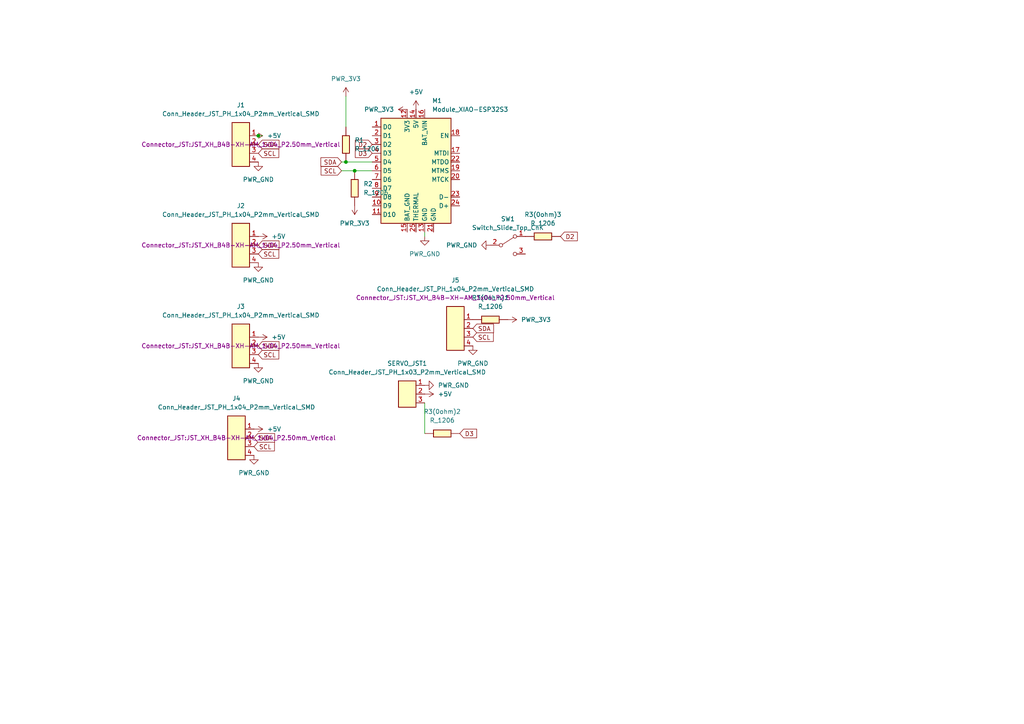
<source format=kicad_sch>
(kicad_sch (version 20250114) (generator "eeschema") (generator_version "9.0")
  (paper "A4")
  (lib_symbols
    (symbol "fab:Conn_Header_JST_PH_1x03_P2mm_Vertical_SMD"
      (property "Reference" "J" (at 0 5.08 0))
      (property "Value" "Conn_Header_JST_PH_1x03_P2mm_Vertical_SMD" (at 0 -5.08 0))
      (symbol "Conn_Header_JST_PH_1x03_P2mm_Vertical_SMD_0_1"
        (rectangle (start -2.54 3.81) (end 2.54 -3.81) (stroke (width 0.254)) (fill (type background)))
      )
      (symbol "Conn_Header_JST_PH_1x03_P2mm_Vertical_SMD_1_1"
        (pin passive line (at 5.08 2.54 180) (length 2.54) (name "~") (number "1"))
        (pin passive line (at 5.08 0 180) (length 2.54) (name "~") (number "2"))
        (pin passive line (at 5.08 -2.54 180) (length 2.54) (name "~") (number "3"))
      )
    )
    (symbol "fab:Conn_Header_JST_PH_1x04_P2mm_Vertical_SMD"
      (property "Reference" "J" (at 0 7.62 0))
      (property "Value" "Conn_Header_JST_PH_1x04_P2mm_Vertical_SMD" (at 0 -7.62 0))
      (symbol "Conn_Header_JST_PH_1x04_P2mm_Vertical_SMD_0_1"
        (rectangle (start -2.54 6.35) (end 2.54 -6.35) (stroke (width 0.254)) (fill (type background)))
      )
      (symbol "Conn_Header_JST_PH_1x04_P2mm_Vertical_SMD_1_1"
        (pin passive line (at 5.08 2.54 180) (length 2.54) (name "~") (number "1"))
        (pin passive line (at 5.08 0 180) (length 2.54) (name "~") (number "2"))
        (pin passive line (at 5.08 -2.54 180) (length 2.54) (name "~") (number "3"))
        (pin passive line (at 5.08 -5.08 180) (length 2.54) (name "~") (number "4"))
      )
    )
    (symbol "fab:Module_XIAO-ESP32S3"
      (property "Reference" "M" (at -10.16 16.51 0))
      (property "Value" "Module_XIAO-ESP32S3" (at 3.81 16.51 0))
      (symbol "Module_XIAO-ESP32S3_1_1"
        (rectangle (start -10.16 15.24) (end 10.16 -15.24) (stroke (width 0.254)) (fill (type background)))
        (pin bidirectional line (at -12.7 12.7 0) (length 2.54) (name "D0") (number "1"))
        (pin bidirectional line (at -12.7 10.16 0) (length 2.54) (name "D1") (number "2"))
        (pin bidirectional line (at -12.7 7.62 0) (length 2.54) (name "D2") (number "3"))
        (pin bidirectional line (at -12.7 5.08 0) (length 2.54) (name "D3") (number "4"))
        (pin bidirectional line (at -12.7 2.54 0) (length 2.54) (name "D4") (number "5"))
        (pin bidirectional line (at -12.7 0 0) (length 2.54) (name "D5") (number "6"))
        (pin bidirectional line (at -12.7 -2.54 0) (length 2.54) (name "D6") (number "7"))
        (pin bidirectional line (at -12.7 -5.08 0) (length 2.54) (name "D7") (number "8"))
        (pin bidirectional line (at -12.7 -7.62 0) (length 2.54) (name "D8") (number "9"))
        (pin bidirectional line (at -12.7 -10.16 0) (length 2.54) (name "D9") (number "10"))
        (pin bidirectional line (at -12.7 -12.7 0) (length 2.54) (name "D10") (number "11"))
        (pin power_in line (at -2.54 17.78 270) (length 2.54) (name "3V3") (number "12"))
        (pin power_in line (at -2.54 -17.78 90) (length 2.54) (name "BAT_GND") (number "15"))
        (pin power_in line (at 0 17.78 270) (length 2.54) (name "5V") (number "14"))
        (pin power_in line (at 0 -17.78 90) (length 2.54) (name "THERMAL") (number "25"))
        (pin power_in line (at 2.54 17.78 270) (length 2.54) (name "BAT_VIN") (number "16"))
        (pin power_in line (at 2.54 -17.78 90) (length 2.54) (name "GND") (number "13"))
        (pin power_in line (at 5.08 -17.78 90) (length 2.54) (name "GND") (number "21"))
        (pin input line (at 12.7 10.16 180) (length 2.54) (name "EN") (number "18"))
        (pin input line (at 12.7 5.08 180) (length 2.54) (name "MTDI") (number "17"))
        (pin output line (at 12.7 2.54 180) (length 2.54) (name "MTDO") (number "22"))
        (pin input line (at 12.7 0 180) (length 2.54) (name "MTMS") (number "19"))
        (pin input line (at 12.7 -2.54 180) (length 2.54) (name "MTCK") (number "20"))
        (pin bidirectional line (at 12.7 -7.62 180) (length 2.54) (name "D-") (number "23"))
        (pin bidirectional line (at 12.7 -10.16 180) (length 2.54) (name "D+") (number "24"))
      )
    )
    (symbol "fab:PWR_3V3" (power) (pin_names (offset 0))
      (property "Value" "PWR_3V3" (at 0 3.556 0))
      (symbol "PWR_3V3_0_1"
        (polyline (pts (xy -0.762 1.27) (xy 0 2.54)))
        (polyline (pts (xy 0 2.54) (xy 0.762 1.27)))
        (polyline (pts (xy 0 0) (xy 0 2.54)))
      )
      (symbol "PWR_3V3_1_1"
        (pin power_in line (at 0 0 90) (length 0) (hide yes) (name "PWR_3V3") (number "1"))
      )
    )
    (symbol "fab:PWR_GND" (power) (pin_names (offset 0))
      (property "Value" "PWR_GND" (at 0 -3.81 0))
      (symbol "PWR_GND_0_1"
        (polyline (pts (xy 0 0) (xy 0 -1.27) (xy 1.27 -1.27) (xy 0 -2.54) (xy -1.27 -1.27) (xy 0 -1.27)))
      )
      (symbol "PWR_GND_1_1"
        (pin power_in line (at 0 0 270) (length 0) (hide yes) (name "PWR_GND") (number "1"))
      )
    )
    (symbol "fab:R_1206" (pin_numbers (hide yes)) (pin_names (offset 0))
      (property "Reference" "R" (at 2.54 0 90))
      (property "Value" "R_1206" (at -2.54 0 90))
      (symbol "R_1206_0_1"
        (rectangle (start -1.016 -2.54) (end 1.016 2.54) (stroke (width 0.254)) (fill (type background)))
      )
      (symbol "R_1206_1_1"
        (pin passive line (at 0 5.08 270) (length 2.54) (name "~") (number "1"))
        (pin passive line (at 0 -5.08 90) (length 2.54) (name "~") (number "2"))
      )
    )
    (symbol "fab:Switch_Slide_Top_CnK" (pin_names (offset 0) (hide yes))
      (property "Reference" "SW" (at 0 4.318 0))
      (property "Value" "Switch_Slide_Top_CnK" (at 0 -5.08 0))
      (symbol "Switch_Slide_Top_CnK_0_0"
        (circle (center -2.032 0) (radius 0.508))
        (circle (center 2.032 -2.54) (radius 0.508))
      )
      (symbol "Switch_Slide_Top_CnK_0_1"
        (polyline (pts (xy -1.524 0.254) (xy 1.651 2.286)))
        (circle (center 2.032 2.54) (radius 0.508))
      )
      (symbol "Switch_Slide_Top_CnK_1_1"
        (pin passive line (at -5.08 0 0) (length 2.54) (name "B") (number "2"))
        (pin passive line (at 5.08 2.54 180) (length 2.54) (name "A") (number "1"))
        (pin passive line (at 5.08 -2.54 180) (length 2.54) (name "C") (number "3"))
      )
    )
    (symbol "power:+5V" (power) (pin_numbers (hide yes)) (pin_names (offset 0) (hide yes))
      (property "Value" "+5V" (at 0 3.556 0))
      (symbol "+5V_0_1"
        (polyline (pts (xy -0.762 1.27) (xy 0 2.54)))
        (polyline (pts (xy 0 2.54) (xy 0.762 1.27)))
        (polyline (pts (xy 0 0) (xy 0 2.54)))
      )
      (symbol "+5V_1_1"
        (pin power_in line (at 0 0 90) (length 0) (name "~") (number "1"))
      )
    )
  )
  (junction (at 74.93 39.37))
  (junction (at 102.87 49.53))
  (junction (at 100.33 46.99))
  (wire (pts (xy 99.06 49.53) (xy 102.87 49.53)))
  (wire (pts (xy 100.33 27.94) (xy 100.33 36.83)))
  (wire (pts (xy 74.93 39.37) (xy 73.66 39.37)))
  (wire (pts (xy 123.19 67.31) (xy 123.19 68.58)))
  (wire (pts (xy 100.33 46.99) (xy 107.95 46.99)))
  (wire (pts (xy 99.06 46.99) (xy 100.33 46.99)))
  (wire (pts (xy 76.2 39.37) (xy 74.93 39.37)))
  (wire (pts (xy 102.87 49.53) (xy 107.95 49.53)))
  (wire (pts (xy 123.19 125.73) (xy 123.19 116.84)))
  (global_label "D2" (shape input) (at 107.95 41.91 180) (property "Intersheetrefs" "${INTERSHEET_REFS}" (effects (hide yes))))
  (global_label "SCL" (shape input) (at 73.66 129.54 0) (property "Intersheetrefs" "${INTERSHEET_REFS}" (effects (hide yes))))
  (global_label "SDA" (shape input) (at 74.93 71.12 0) (property "Intersheetrefs" "${INTERSHEET_REFS}" (effects (hide yes))))
  (global_label "D3" (shape input) (at 107.95 44.45 180) (property "Intersheetrefs" "${INTERSHEET_REFS}" (effects (hide yes))))
  (global_label "SCL" (shape input) (at 137.16 97.79 0) (property "Intersheetrefs" "${INTERSHEET_REFS}" (effects (hide yes))))
  (global_label "SDA" (shape input) (at 73.66 127 0) (property "Intersheetrefs" "${INTERSHEET_REFS}" (effects (hide yes))))
  (global_label "SCL" (shape input) (at 74.93 73.66 0) (property "Intersheetrefs" "${INTERSHEET_REFS}" (effects (hide yes))))
  (global_label "D2" (shape input) (at 162.56 68.58 0) (property "Intersheetrefs" "${INTERSHEET_REFS}" (effects (hide yes))))
  (global_label "SDA" (shape input) (at 99.06 46.99 180) (property "Intersheetrefs" "${INTERSHEET_REFS}" (effects (hide yes))))
  (global_label "SDA" (shape input) (at 74.93 41.91 0) (property "Intersheetrefs" "${INTERSHEET_REFS}" (effects (hide yes))))
  (global_label "SDA" (shape input) (at 74.93 100.33 0) (property "Intersheetrefs" "${INTERSHEET_REFS}" (effects (hide yes))))
  (global_label "D3" (shape input) (at 133.35 125.73 0) (property "Intersheetrefs" "${INTERSHEET_REFS}" (effects (hide yes))))
  (global_label "SCL" (shape input) (at 74.93 102.87 0) (property "Intersheetrefs" "${INTERSHEET_REFS}" (effects (hide yes))))
  (global_label "SCL" (shape input) (at 74.93 44.45 0) (property "Intersheetrefs" "${INTERSHEET_REFS}" (effects (hide yes))))
  (global_label "SCL" (shape input) (at 99.06 49.53 180) (property "Intersheetrefs" "${INTERSHEET_REFS}" (effects (hide yes))))
  (global_label "SDA" (shape input) (at 137.16 95.25 0) (property "Intersheetrefs" "${INTERSHEET_REFS}" (effects (hide yes))))
  (symbol (lib_id "power:+5V") (at 73.66 124.46 270) (unit 1)
    (property "Reference" "#PWR010" (effects (hide yes)))
    (property "Value" "+5V" (at 77.47 124.4599 90) (effects (justify left)))
    (property "Description" "Power symbol creates a global label with name \"+5V\"" (effects (hide yes)))
  )
  (symbol (lib_id "fab:Conn_Header_JST_PH_1x04_P2mm_Vertical_SMD") (at 69.85 71.12 0) (unit 1)
    (property "Reference" "J2" (at 69.85 59.69 0))
    (property "Value" "Conn_Header_JST_PH_1x04_P2mm_Vertical_SMD" (at 69.85 62.23 0))
    (property "Footprint" "Connector_JST:JST_XH_B4B-XH-AM_1x04_P2.50mm_Vertical" (at 69.85 71.12 0))
    (property "Datasheet" "https://www.jst-mfg.com/product/pdf/eng/ePH.pdf" (effects (hide yes)))
    (property "Description" "Male JST PH 4 pin connector" (effects (hide yes)))
  )
  (symbol (lib_id "fab:R_1206") (at 100.33 41.91 0) (unit 1)
    (property "Reference" "R1" (at 102.87 40.6399 0) (effects (justify left)))
    (property "Value" "R_1206" (at 102.87 43.1799 0) (effects (justify left)))
    (property "Footprint" "fab:R_1206" (effects (hide yes)))
    (property "Description" "Resistor" (effects (hide yes)))
  )
  (symbol (lib_id "fab:R_1206") (at 142.24 92.71 90) (unit 1)
    (property "Reference" "R3(0ohm)1" (at 142.24 86.36 90))
    (property "Value" "R_1206" (at 142.24 88.9 90))
    (property "Footprint" "fab:R_1206" (effects (hide yes)))
    (property "Description" "Resistor" (effects (hide yes)))
  )
  (symbol (lib_id "power:+5V") (at 123.19 114.3 270) (unit 1)
    (property "Reference" "#PWR014" (effects (hide yes)))
    (property "Value" "+5V" (at 127 114.2999 90) (effects (justify left)))
    (property "Description" "Power symbol creates a global label with name \"+5V\"" (effects (hide yes)))
  )
  (symbol (lib_id "fab:PWR_GND") (at 123.19 111.76 90) (unit 1)
    (property "Reference" "#PWR01" (effects (hide yes)))
    (property "Value" "PWR_GND" (at 127 111.7599 90) (effects (justify right)))
    (property "Description" "Power symbol creates a global label with name \"GND\" , ground" (effects (hide yes)))
  )
  (symbol (lib_id "fab:PWR_3V3") (at 100.33 27.94 0) (unit 1)
    (property "Reference" "#PWR012" (effects (hide yes)))
    (property "Value" "PWR_3V3" (at 100.33 22.86 0))
    (property "Description" "Power symbol creates a global label with name \"+3V3\"" (effects (hide yes)))
  )
  (symbol (lib_id "power:+5V") (at 120.65 31.75 0) (unit 1)
    (property "Reference" "#PWR02" (effects (hide yes)))
    (property "Value" "+5V" (at 120.65 26.67 0))
    (property "Description" "Power symbol creates a global label with name \"+5V\"" (effects (hide yes)))
  )
  (symbol (lib_id "fab:Switch_Slide_Top_CnK") (at 147.32 71.12 0) (unit 1)
    (property "Reference" "SW1" (at 147.32 63.5 0))
    (property "Value" "Switch_Slide_Top_CnK" (at 147.32 66.04 0))
    (property "Footprint" "fab:Switch_Slide_Top_CnK_JS102011SCQN_8.5x3.5mm" (effects (hide yes)))
    (property "Datasheet" "https://www.ckswitches.com/media/1422/js.pdf" (effects (hide yes)))
    (property "Description" "Slide Switch SPDT Surface Mount" (effects (hide yes)))
  )
  (symbol (lib_id "power:+5V") (at 73.66 39.37 270) (unit 1)
    (property "Reference" "#PWR015" (effects (hide yes)))
    (property "Value" "+5V" (at 77.47 39.3699 90) (effects (justify left)))
    (property "Description" "Power symbol creates a global label with name \"+5V\"" (effects (hide yes)))
  )
  (symbol (lib_id "fab:Conn_Header_JST_PH_1x04_P2mm_Vertical_SMD") (at 132.08 95.25 0) (unit 1)
    (property "Reference" "J5" (at 132.08 81.28 0))
    (property "Value" "Conn_Header_JST_PH_1x04_P2mm_Vertical_SMD" (at 132.08 83.82 0))
    (property "Footprint" "Connector_JST:JST_XH_B4B-XH-AM_1x04_P2.50mm_Vertical" (at 132.08 86.36 0))
    (property "Datasheet" "https://www.jst-mfg.com/product/pdf/eng/ePH.pdf" (effects (hide yes)))
    (property "Description" "Male JST PH 4 pin connector" (effects (hide yes)))
  )
  (symbol (lib_id "fab:PWR_GND") (at 137.16 100.33 0) (unit 1)
    (property "Reference" "#PWR017" (effects (hide yes)))
    (property "Value" "PWR_GND" (at 137.16 105.41 0))
    (property "Description" "Power symbol creates a global label with name \"GND\" , ground" (effects (hide yes)))
  )
  (symbol (lib_id "fab:PWR_GND") (at 73.66 132.08 0) (unit 1)
    (property "Reference" "#PWR09" (effects (hide yes)))
    (property "Value" "PWR_GND" (at 73.66 137.16 0))
    (property "Description" "Power symbol creates a global label with name \"GND\" , ground" (effects (hide yes)))
  )
  (symbol (lib_id "fab:R_1206") (at 128.27 125.73 90) (unit 1)
    (property "Reference" "R3(0ohm)2" (at 128.27 119.38 90))
    (property "Value" "R_1206" (at 128.27 121.92 90))
    (property "Footprint" "fab:R_1206" (effects (hide yes)))
    (property "Description" "Resistor" (effects (hide yes)))
  )
  (symbol (lib_id "fab:Module_XIAO-ESP32S3") (at 120.65 49.53 0) (unit 1)
    (property "Reference" "M1" (at 125.3333 29.21 0) (effects (justify left)))
    (property "Value" "Module_XIAO-ESP32S3" (at 125.3333 31.75 0) (effects (justify left)))
    (property "Footprint" "fab:SeeedStudio_XIAO_ESP32S3" (effects (hide yes)))
    (property "Datasheet" "https://wiki.seeedstudio.com/xiao_esp32s3_getting_started/" (effects (hide yes)))
    (property "Description" "ESP32-C3 Transceiver; 802.11 a/b/g/n (Wi-Fi, WiFi, WLAN), Bluetooth® Smart 4.x Low Energy (BLE) 2.4GHz Evaluation Board" (effects (hide yes)))
  )
  (symbol (lib_id "fab:PWR_GND") (at 123.19 68.58 0) (unit 1)
    (property "Reference" "#PWR04" (effects (hide yes)))
    (property "Value" "PWR_GND" (at 123.19 73.66 0))
    (property "Description" "Power symbol creates a global label with name \"GND\" , ground" (effects (hide yes)))
  )
  (symbol (lib_id "fab:PWR_3V3") (at 118.11 31.75 90) (unit 1)
    (property "Reference" "#PWR011" (effects (hide yes)))
    (property "Value" "PWR_3V3" (at 114.3 31.7499 90) (effects (justify left)))
    (property "Description" "Power symbol creates a global label with name \"+3V3\"" (effects (hide yes)))
  )
  (symbol (lib_id "fab:Conn_Header_JST_PH_1x04_P2mm_Vertical_SMD") (at 69.85 41.91 0) (unit 1)
    (property "Reference" "J1" (at 69.85 30.48 0))
    (property "Value" "Conn_Header_JST_PH_1x04_P2mm_Vertical_SMD" (at 69.85 33.02 0))
    (property "Footprint" "Connector_JST:JST_XH_B4B-XH-AM_1x04_P2.50mm_Vertical" (at 69.85 41.91 0))
    (property "Datasheet" "https://www.jst-mfg.com/product/pdf/eng/ePH.pdf" (effects (hide yes)))
    (property "Description" "Male JST PH 4 pin connector" (effects (hide yes)))
  )
  (symbol (lib_id "fab:PWR_3V3") (at 102.87 59.69 180) (unit 1)
    (property "Reference" "#PWR013" (effects (hide yes)))
    (property "Value" "PWR_3V3" (at 102.87 64.77 0))
    (property "Description" "Power symbol creates a global label with name \"+3V3\"" (effects (hide yes)))
  )
  (symbol (lib_id "power:+5V") (at 74.93 97.79 270) (unit 1)
    (property "Reference" "#PWR08" (effects (hide yes)))
    (property "Value" "+5V" (at 78.74 97.7899 90) (effects (justify left)))
    (property "Description" "Power symbol creates a global label with name \"+5V\"" (effects (hide yes)))
  )
  (symbol (lib_id "fab:PWR_GND") (at 74.93 46.99 0) (unit 1)
    (property "Reference" "#PWR03" (effects (hide yes)))
    (property "Value" "PWR_GND" (at 74.93 52.07 0))
    (property "Description" "Power symbol creates a global label with name \"GND\" , ground" (effects (hide yes)))
  )
  (symbol (lib_id "fab:R_1206") (at 157.48 68.58 90) (unit 1)
    (property "Reference" "R3(0ohm)3" (at 157.48 62.23 90))
    (property "Value" "R_1206" (at 157.48 64.77 90))
    (property "Footprint" "fab:R_1206" (effects (hide yes)))
    (property "Description" "Resistor" (effects (hide yes)))
  )
  (symbol (lib_id "fab:R_1206") (at 102.87 54.61 0) (unit 1)
    (property "Reference" "R2" (at 105.41 53.3399 0) (effects (justify left)))
    (property "Value" "R_1206" (at 105.41 55.8799 0) (effects (justify left)))
    (property "Footprint" "fab:R_1206" (effects (hide yes)))
    (property "Description" "Resistor" (effects (hide yes)))
  )
  (symbol (lib_id "power:+5V") (at 74.93 68.58 270) (unit 1)
    (property "Reference" "#PWR06" (effects (hide yes)))
    (property "Value" "+5V" (at 78.74 68.5799 90) (effects (justify left)))
    (property "Description" "Power symbol creates a global label with name \"+5V\"" (effects (hide yes)))
  )
  (symbol (lib_id "fab:Conn_Header_JST_PH_1x04_P2mm_Vertical_SMD") (at 69.85 100.33 0) (unit 1)
    (property "Reference" "J3" (at 69.85 88.9 0))
    (property "Value" "Conn_Header_JST_PH_1x04_P2mm_Vertical_SMD" (at 69.85 91.44 0))
    (property "Footprint" "Connector_JST:JST_XH_B4B-XH-AM_1x04_P2.50mm_Vertical" (at 69.85 100.33 0))
    (property "Datasheet" "https://www.jst-mfg.com/product/pdf/eng/ePH.pdf" (effects (hide yes)))
    (property "Description" "Male JST PH 4 pin connector" (effects (hide yes)))
  )
  (symbol (lib_id "fab:PWR_3V3") (at 147.32 92.71 270) (unit 1)
    (property "Reference" "#PWR016" (effects (hide yes)))
    (property "Value" "PWR_3V3" (at 151.13 92.7099 90) (effects (justify left)))
    (property "Description" "Power symbol creates a global label with name \"+3V3\"" (effects (hide yes)))
  )
  (symbol (lib_id "fab:PWR_GND") (at 142.24 71.12 270) (unit 1)
    (property "Reference" "#PWR018" (effects (hide yes)))
    (property "Value" "PWR_GND" (at 138.43 71.1199 90) (effects (justify right)))
    (property "Description" "Power symbol creates a global label with name \"GND\" , ground" (effects (hide yes)))
  )
  (symbol (lib_id "fab:Conn_Header_JST_PH_1x03_P2mm_Vertical_SMD") (at 118.11 114.3 0) (unit 1)
    (property "Reference" "SERVO_JST1" (at 118.11 105.41 0))
    (property "Value" "Conn_Header_JST_PH_1x03_P2mm_Vertical_SMD" (at 118.11 107.95 0))
    (property "Footprint" "Connector_JST:JST_XH_B3B-XH-AM_1x03_P2.50mm_Vertical" (effects (hide yes)))
    (property "Datasheet" "https://www.jst-mfg.com/product/pdf/eng/ePH.pdf" (effects (hide yes)))
    (property "Description" "Male JST PH 3 pin connector" (effects (hide yes)))
  )
  (symbol (lib_id "fab:Conn_Header_JST_PH_1x04_P2mm_Vertical_SMD") (at 68.58 127 0) (unit 1)
    (property "Reference" "J4" (at 68.58 115.57 0))
    (property "Value" "Conn_Header_JST_PH_1x04_P2mm_Vertical_SMD" (at 68.58 118.11 0))
    (property "Footprint" "Connector_JST:JST_XH_B4B-XH-AM_1x04_P2.50mm_Vertical" (at 68.58 127 0))
    (property "Datasheet" "https://www.jst-mfg.com/product/pdf/eng/ePH.pdf" (effects (hide yes)))
    (property "Description" "Male JST PH 4 pin connector" (effects (hide yes)))
  )
  (symbol (lib_id "fab:PWR_GND") (at 74.93 76.2 0) (unit 1)
    (property "Reference" "#PWR05" (effects (hide yes)))
    (property "Value" "PWR_GND" (at 74.93 81.28 0))
    (property "Description" "Power symbol creates a global label with name \"GND\" , ground" (effects (hide yes)))
  )
  (symbol (lib_id "fab:PWR_GND") (at 74.93 105.41 0) (unit 1)
    (property "Reference" "#PWR07" (effects (hide yes)))
    (property "Value" "PWR_GND" (at 74.93 110.49 0))
    (property "Description" "Power symbol creates a global label with name \"GND\" , ground" (effects (hide yes)))
  )
)
</source>
